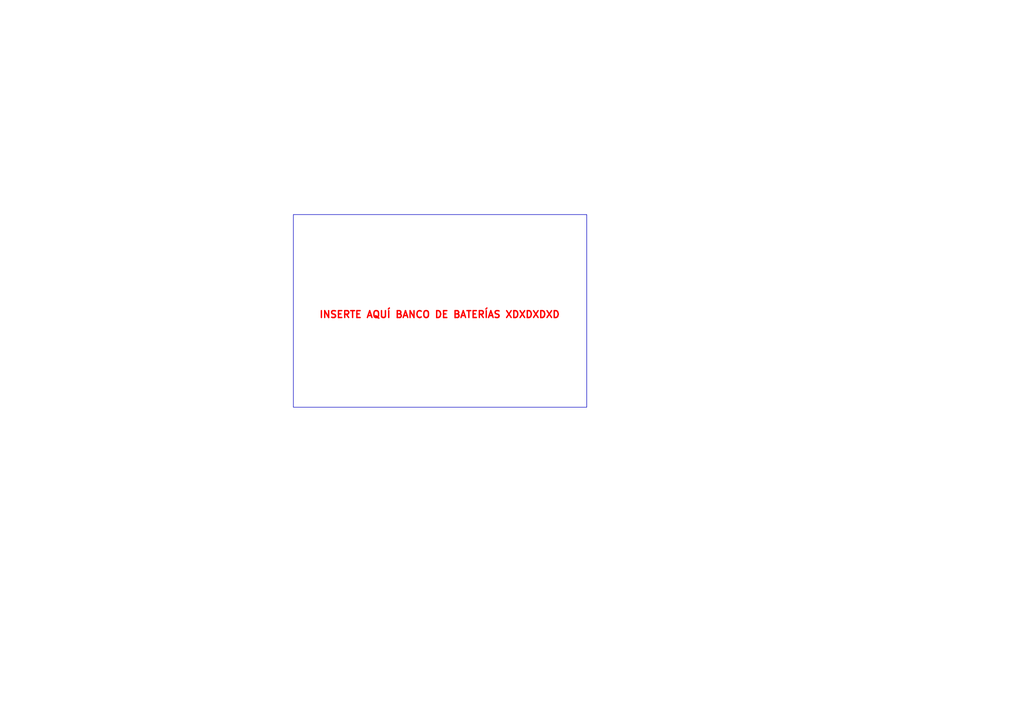
<source format=kicad_sch>
(kicad_sch
	(version 20231120)
	(generator "eeschema")
	(generator_version "8.0")
	(uuid "1ac0a1f4-cd1c-4dc0-8bf8-e38e89705463")
	(paper "A4")
	(lib_symbols)
	(rectangle
		(start 85.09 62.23)
		(end 170.18 118.11)
		(stroke
			(width 0)
			(type default)
		)
		(fill
			(type none)
		)
		(uuid e5686d1e-96dc-4e9b-b4a8-2b4004950260)
	)
	(text "INSERTE AQUÍ BANCO DE BATERÍAS XDXDXDXD\n"
		(exclude_from_sim no)
		(at 127.508 91.44 0)
		(effects
			(font
				(size 2 2)
				(thickness 0.4)
				(bold yes)
				(color 255 0 0 1)
			)
		)
		(uuid "309fb17b-4f5a-424a-893f-703082aedfdc")
	)
)

</source>
